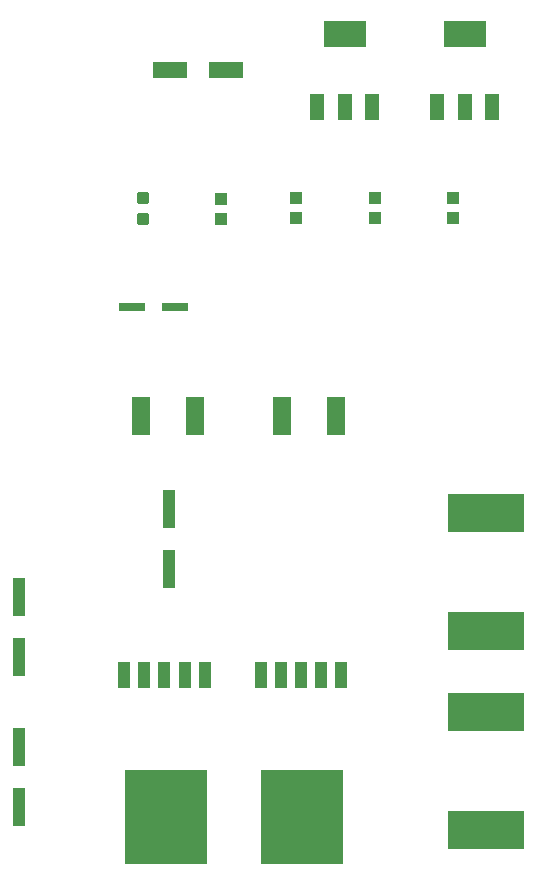
<source format=gbr>
G04 EAGLE Gerber RS-274X export*
G75*
%MOMM*%
%FSLAX34Y34*%
%LPD*%
%INSolderpaste Top*%
%IPPOS*%
%AMOC8*
5,1,8,0,0,1.08239X$1,22.5*%
G01*
%ADD10R,1.000000X1.100000*%
%ADD11R,3.000000X1.400000*%
%ADD12C,0.300000*%
%ADD13R,1.219200X2.235200*%
%ADD14R,3.600000X2.200000*%
%ADD15R,2.200000X0.650000*%
%ADD16R,1.000000X3.300000*%
%ADD17R,6.451600X3.251200*%
%ADD18R,1.066800X2.184400*%
%ADD19R,7.000000X8.000000*%
%ADD20R,1.500000X3.200000*%


D10*
X447200Y593000D03*
X447200Y610000D03*
X381000Y593000D03*
X381000Y610000D03*
X314800Y593000D03*
X314800Y610000D03*
D11*
X255300Y718500D03*
X207300Y718500D03*
D12*
X188600Y596230D02*
X181600Y596230D01*
X188600Y596230D02*
X188600Y589230D01*
X181600Y589230D01*
X181600Y596230D01*
X181600Y592080D02*
X188600Y592080D01*
X188600Y594930D02*
X181600Y594930D01*
X181600Y613770D02*
X188600Y613770D01*
X188600Y606770D01*
X181600Y606770D01*
X181600Y613770D01*
X181600Y609620D02*
X188600Y609620D01*
X188600Y612470D02*
X181600Y612470D01*
D10*
X251200Y609800D03*
X251200Y592800D03*
D13*
X434086Y687512D03*
X457200Y687512D03*
X480314Y687512D03*
D14*
X457200Y749490D03*
D13*
X332486Y687512D03*
X355600Y687512D03*
X378714Y687512D03*
D14*
X355600Y749490D03*
D15*
X175200Y517900D03*
X212200Y517900D03*
D16*
X206900Y295900D03*
X206900Y346900D03*
X79600Y221600D03*
X79600Y272600D03*
D17*
X475400Y175500D03*
X475400Y75500D03*
X475400Y343300D03*
X475400Y243300D03*
D16*
X79600Y94600D03*
X79600Y145600D03*
D18*
X284700Y206500D03*
X301700Y206500D03*
X318700Y206500D03*
X335700Y206500D03*
X352700Y206500D03*
D19*
X319700Y86500D03*
D18*
X169000Y206500D03*
X186000Y206500D03*
X203000Y206500D03*
X220000Y206500D03*
X237000Y206500D03*
D19*
X204000Y86500D03*
D20*
X182800Y425800D03*
X228800Y425800D03*
X302500Y425600D03*
X348500Y425600D03*
M02*

</source>
